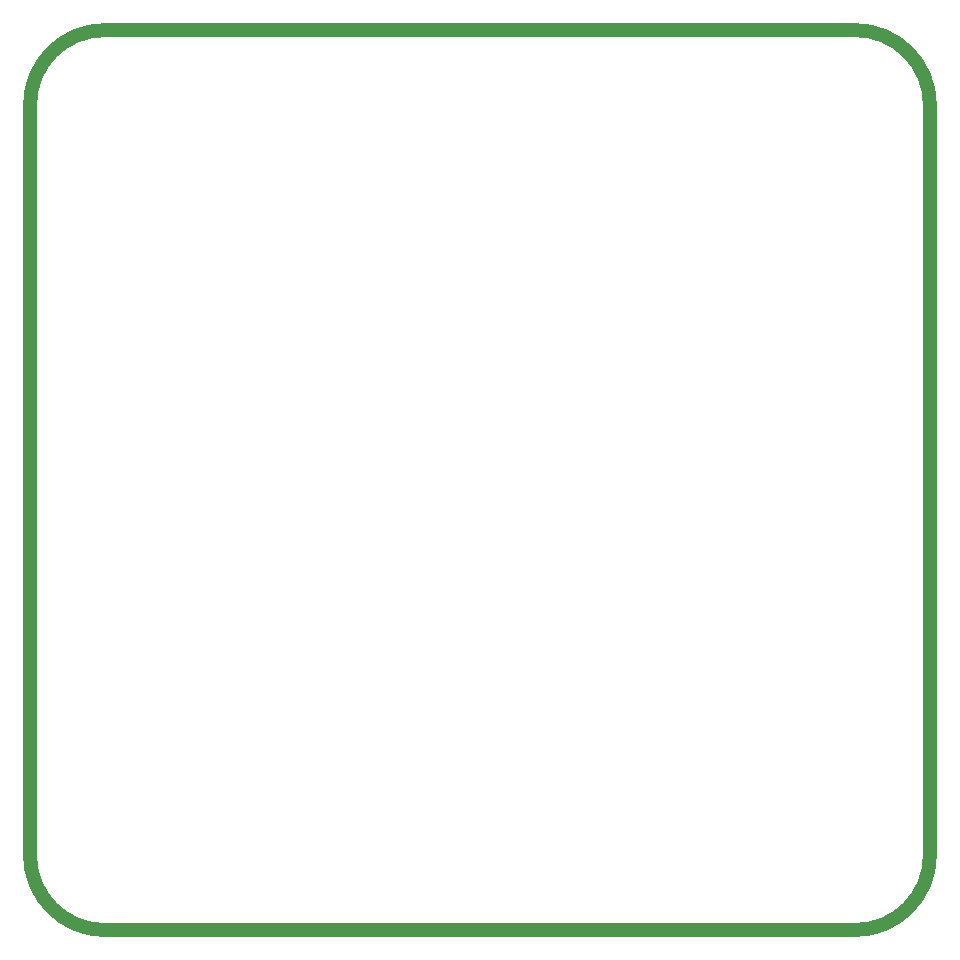
<source format=gm1>
G04*
G04 #@! TF.GenerationSoftware,Altium Limited,Altium Designer,19.1.9 (167)*
G04*
G04 Layer_Color=16711935*
%FSLAX25Y25*%
%MOIN*%
G70*
G01*
G75*
%ADD183C,0.04724*%
D183*
X275000Y0D02*
G03*
X300000Y25000I0J25000D01*
G01*
Y275000D02*
G03*
X275000Y300000I-25000J0D01*
G01*
X25000D02*
G03*
X0Y275000I0J-25000D01*
G01*
X-0Y25000D02*
G03*
X25000Y-0I25000J0D01*
G01*
X275000Y0D01*
X300000Y25000D02*
X300000D01*
X300000D02*
X300000Y275000D01*
X300000D01*
X25000Y300000D02*
X275000Y300000D01*
X25000Y300000D02*
Y300000D01*
X-0Y275000D02*
X0D01*
X-0Y25000D02*
X-0Y275000D01*
X-0Y25000D02*
X-0D01*
M02*

</source>
